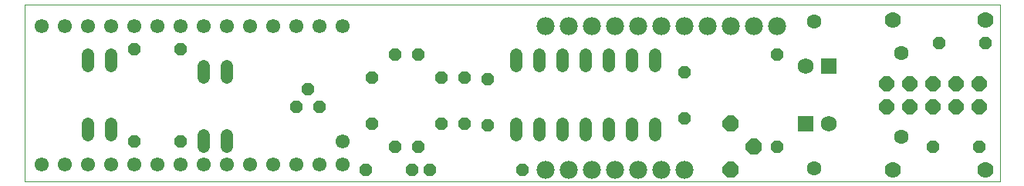
<source format=gts>
G75*
%MOIN*%
%OFA0B0*%
%FSLAX24Y24*%
%IPPOS*%
%LPD*%
%AMOC8*
5,1,8,0,0,1.08239X$1,22.5*
%
%ADD10C,0.0010*%
%ADD11OC8,0.0640*%
%ADD12R,0.0690X0.0690*%
%ADD13C,0.0690*%
%ADD14OC8,0.0520*%
%ADD15C,0.0700*%
%ADD16C,0.0610*%
%ADD17C,0.0520*%
%ADD18C,0.0631*%
%ADD19C,0.0780*%
%ADD20OC8,0.0700*%
D10*
X001244Y004057D02*
X043370Y004057D01*
X043370Y011734D01*
X001244Y011734D01*
X001244Y004057D01*
D11*
X038494Y007307D03*
X039494Y007307D03*
X040494Y007307D03*
X041494Y007307D03*
X042494Y007307D03*
X042494Y008307D03*
X041494Y008307D03*
X040494Y008307D03*
X039494Y008307D03*
X038494Y008307D03*
D12*
X035994Y009057D03*
X034994Y006557D03*
D13*
X035994Y006557D03*
X034994Y009057D03*
D14*
X033744Y009557D03*
X029744Y008807D03*
X029744Y006807D03*
X033744Y005557D03*
X040494Y005557D03*
X042494Y005557D03*
X042744Y010057D03*
X040744Y010057D03*
X022744Y004557D03*
X018744Y004557D03*
X017994Y004557D03*
X015994Y004557D03*
X017244Y005557D03*
X018244Y005557D03*
X021244Y006507D03*
X020244Y006557D03*
X019244Y006557D03*
X016244Y006557D03*
X013994Y007307D03*
X012994Y007307D03*
X013494Y008057D03*
X016244Y008557D03*
X019244Y008557D03*
X020244Y008557D03*
X021244Y008507D03*
X018244Y009557D03*
X017244Y009557D03*
X007994Y009807D03*
X005994Y009807D03*
X005994Y005807D03*
X007994Y005807D03*
D15*
X038744Y004557D03*
X042744Y004557D03*
X042744Y011057D03*
X038744Y011057D03*
D16*
X014994Y010807D03*
X013994Y010807D03*
X012994Y010807D03*
X011994Y010807D03*
X010994Y010807D03*
X009994Y010807D03*
X008994Y010807D03*
X007994Y010807D03*
X006994Y010807D03*
X005994Y010807D03*
X004994Y010807D03*
X003994Y010807D03*
X002994Y010807D03*
X001994Y010807D03*
X014994Y005807D03*
X014994Y004807D03*
X013994Y004807D03*
X012994Y004807D03*
X011994Y004807D03*
X010994Y004807D03*
X009994Y004807D03*
X008994Y004807D03*
X007994Y004807D03*
X006994Y004807D03*
X005994Y004807D03*
X004994Y004807D03*
X003994Y004807D03*
X002994Y004807D03*
X001994Y004807D03*
D17*
X003994Y006067D02*
X003994Y006547D01*
X004994Y006547D02*
X004994Y006067D01*
X008994Y006047D02*
X008994Y005567D01*
X009994Y005567D02*
X009994Y006047D01*
X009994Y008567D02*
X009994Y009047D01*
X008994Y009047D02*
X008994Y008567D01*
X004994Y009067D02*
X004994Y009547D01*
X003994Y009547D02*
X003994Y009067D01*
X022494Y009067D02*
X022494Y009547D01*
X023494Y009547D02*
X023494Y009067D01*
X024494Y009067D02*
X024494Y009547D01*
X025494Y009547D02*
X025494Y009067D01*
X026494Y009067D02*
X026494Y009547D01*
X027494Y009547D02*
X027494Y009067D01*
X028494Y009067D02*
X028494Y009547D01*
X028494Y006547D02*
X028494Y006067D01*
X027494Y006067D02*
X027494Y006547D01*
X026494Y006547D02*
X026494Y006067D01*
X025494Y006067D02*
X025494Y006547D01*
X024494Y006547D02*
X024494Y006067D01*
X023494Y006067D02*
X023494Y006547D01*
X022494Y006547D02*
X022494Y006067D01*
D18*
X035364Y004623D03*
X039123Y005991D03*
X039123Y009623D03*
X035364Y010991D03*
D19*
X033744Y010807D03*
X032744Y010807D03*
X031744Y010807D03*
X030744Y010807D03*
X029744Y010807D03*
X028744Y010807D03*
X027744Y010807D03*
X026744Y010807D03*
X025744Y010807D03*
X024744Y010807D03*
X023744Y010807D03*
X023744Y004557D03*
X024744Y004557D03*
X025744Y004557D03*
X026744Y004557D03*
X027744Y004557D03*
X028744Y004557D03*
X029744Y004557D03*
D20*
X031744Y004557D03*
X032744Y005557D03*
X031744Y006557D03*
M02*

</source>
